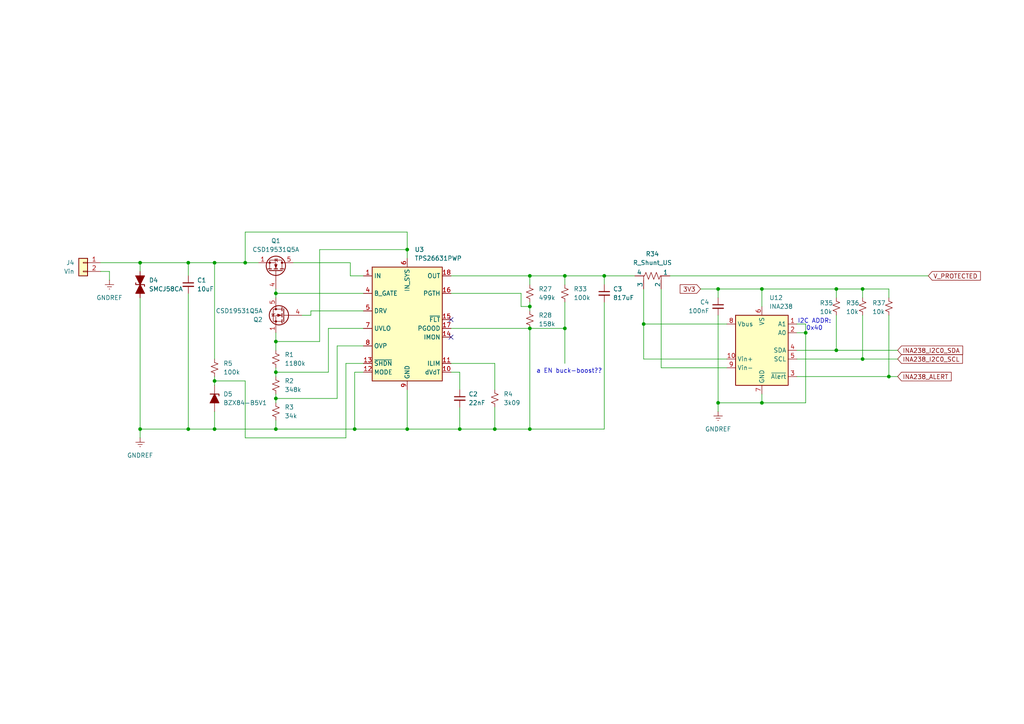
<source format=kicad_sch>
(kicad_sch (version 20250114) (generator "eeschema") (generator_version "9.0")
  (paper "A4")
  (lib_symbols
    (symbol "Connector_Generic:Conn_01x02" (pin_names (offset 1.016) (hide yes))
      (property "Reference" "J" (at 0 2.54 0))
      (property "Value" "Conn_01x02" (at 0 -5.08 0))
      (symbol "Conn_01x02_1_1"
        (rectangle (start -1.27 1.27) (end 1.27 -3.81) (stroke (width 0.254)) (fill (type background)))
        (rectangle (start -1.27 0.127) (end 0 -0.127) (stroke (width 0.1524)))
        (rectangle (start -1.27 -2.413) (end 0 -2.667) (stroke (width 0.1524)))
        (pin passive line (at -5.08 0 0) (length 3.81) (name "Pin_1") (number "1"))
        (pin passive line (at -5.08 -2.54 0) (length 3.81) (name "Pin_2") (number "2"))
      )
    )
    (symbol "Device:C_Small" (pin_numbers (hide yes)) (pin_names (offset 0.254) (hide yes))
      (property "Reference" "C" (at 0.254 1.778 0))
      (property "Value" "C_Small" (at 0.254 -2.032 0))
      (symbol "C_Small_0_1"
        (polyline (pts (xy -1.524 0.508) (xy 1.524 0.508)) (stroke (width 0.3048)))
        (polyline (pts (xy -1.524 -0.508) (xy 1.524 -0.508)) (stroke (width 0.3302)))
      )
      (symbol "C_Small_1_1"
        (pin passive line (at 0 2.54 270) (length 2.032) (name "~") (number "1"))
        (pin passive line (at 0 -2.54 90) (length 2.032) (name "~") (number "2"))
      )
    )
    (symbol "Device:D_TVS_Filled" (pin_numbers (hide yes)) (pin_names (offset 1.016) (hide yes))
      (property "Reference" "D" (at 0 2.54 0))
      (property "Value" "D_TVS_Filled" (at 0 -2.54 0))
      (symbol "D_TVS_Filled_0_1"
        (polyline (pts (xy -2.54 -1.27) (xy 0 0) (xy -2.54 1.27) (xy -2.54 -1.27)) (stroke (width 0.254)) (fill (type outline)))
        (polyline (pts (xy 0.508 1.27) (xy 0 1.27) (xy 0 -1.27) (xy -0.508 -1.27)) (stroke (width 0.254)))
        (polyline (pts (xy 1.27 0) (xy -1.27 0)))
        (polyline (pts (xy 2.54 1.27) (xy 2.54 -1.27) (xy 0 0) (xy 2.54 1.27)) (stroke (width 0.254)) (fill (type outline)))
      )
      (symbol "D_TVS_Filled_1_1"
        (pin passive line (at -3.81 0 0) (length 2.54) (name "A1") (number "1"))
        (pin passive line (at 3.81 0 180) (length 2.54) (name "A2") (number "2"))
      )
    )
    (symbol "Device:D_Zener_Filled" (pin_numbers (hide yes)) (pin_names (offset 1.016) (hide yes))
      (property "Reference" "D" (at 0 2.54 0))
      (property "Value" "D_Zener_Filled" (at 0 -2.54 0))
      (symbol "D_Zener_Filled_0_1"
        (polyline (pts (xy -1.27 -1.27) (xy -1.27 1.27) (xy -0.762 1.27)) (stroke (width 0.254)))
        (polyline (pts (xy 1.27 0) (xy -1.27 0)))
        (polyline (pts (xy 1.27 -1.27) (xy 1.27 1.27) (xy -1.27 0) (xy 1.27 -1.27)) (stroke (width 0.254)) (fill (type outline)))
      )
      (symbol "D_Zener_Filled_1_1"
        (pin passive line (at -3.81 0 0) (length 2.54) (name "K") (number "1"))
        (pin passive line (at 3.81 0 180) (length 2.54) (name "A") (number "2"))
      )
    )
    (symbol "Device:R_Shunt_US" (pin_numbers (hide yes)) (pin_names (offset 0))
      (property "Reference" "R" (at -5.08 0 90))
      (property "Value" "R_Shunt_US" (at -3.048 0 90))
      (symbol "R_Shunt_US_1_1"
        (polyline (pts (xy 0 2.286) (xy 0 2.54)))
        (polyline (pts (xy 0 2.286) (xy 1.016 1.905) (xy 0 1.524) (xy -1.016 1.143) (xy 0 0.762)))
        (polyline (pts (xy 0 0.762) (xy 1.016 0.381) (xy 0 0) (xy -1.016 -0.381) (xy 0 -0.762)))
        (polyline (pts (xy 0 -0.762) (xy 1.016 -1.143) (xy 0 -1.524) (xy -1.016 -1.905) (xy 0 -2.286)))
        (polyline (pts (xy 0 -2.286) (xy 0 -2.54)))
        (polyline (pts (xy 0 -2.54) (xy 1.27 -2.54)))
        (polyline (pts (xy 1.27 2.54) (xy 0 2.54)))
        (pin passive line (at 0 5.08 270) (length 2.54) (name "1") (number "1"))
        (pin passive line (at 0 -5.08 90) (length 2.54) (name "4") (number "4"))
        (pin passive line (at 3.81 2.54 180) (length 2.54) (name "2") (number "2"))
        (pin passive line (at 3.81 -2.54 180) (length 2.54) (name "3") (number "3"))
      )
    )
    (symbol "Device:R_Small_US" (pin_numbers (hide yes)) (pin_names (offset 0.254) (hide yes))
      (property "Reference" "R" (at 0.762 0.508 0))
      (property "Value" "R_Small_US" (at 0.762 -1.016 0))
      (symbol "R_Small_US_1_1"
        (polyline (pts (xy 0 1.524) (xy 1.016 1.143) (xy 0 0.762) (xy -1.016 0.381) (xy 0 0)))
        (polyline (pts (xy 0 0) (xy 1.016 -0.381) (xy 0 -0.762) (xy -1.016 -1.143) (xy 0 -1.524)))
        (pin passive line (at 0 2.54 270) (length 1.016) (name "~") (number "1"))
        (pin passive line (at 0 -2.54 90) (length 1.016) (name "~") (number "2"))
      )
    )
    (symbol "Power_Management:TPS26631PWP"
      (property "Reference" "U" (at -8.89 16.51 0))
      (property "Value" "TPS26631PWP" (at 7.62 16.51 0))
      (symbol "TPS26631PWP_0_1"
        (rectangle (start -10.16 15.24) (end 10.16 -17.78) (stroke (width 0.254)) (fill (type background)))
      )
      (symbol "TPS26631PWP_1_1"
        (pin power_in line (at -12.7 12.7 0) (length 2.54) (name "IN") (number "1"))
        (pin passive line (at -12.7 12.7 0) (length 2.54) (hide yes) (name "IN") (number "2"))
        (pin passive line (at -12.7 12.7 0) (length 2.54) (hide yes) (name "IN") (number "3"))
        (pin output line (at -12.7 7.62 0) (length 2.54) (name "B_GATE") (number "4"))
        (pin output line (at -12.7 2.54 0) (length 2.54) (name "DRV") (number "5"))
        (pin input line (at -12.7 -2.54 0) (length 2.54) (name "UVLO") (number "7"))
        (pin input line (at -12.7 -7.62 0) (length 2.54) (name "OVP") (number "8"))
        (pin input line (at -12.7 -12.7 0) (length 2.54) (name "~{SHDN}") (number "13"))
        (pin input line (at -12.7 -15.24 0) (length 2.54) (name "MODE") (number "12"))
        (pin power_in line (at 0 17.78 270) (length 2.54) (name "IN_SYS") (number "6"))
        (pin passive line (at 0 -20.32 90) (length 2.54) (hide yes) (name "GND") (number "21"))
        (pin power_in line (at 0 -20.32 90) (length 2.54) (name "GND") (number "9"))
        (pin power_out line (at 12.7 12.7 180) (length 2.54) (name "OUT") (number "18"))
        (pin passive line (at 12.7 12.7 180) (length 2.54) (hide yes) (name "OUT") (number "19"))
        (pin passive line (at 12.7 12.7 180) (length 2.54) (hide yes) (name "OUT") (number "20"))
        (pin input line (at 12.7 7.62 180) (length 2.54) (name "PGTH") (number "16"))
        (pin open_collector line (at 12.7 0 180) (length 2.54) (name "~{FLT}") (number "15"))
        (pin output line (at 12.7 -2.54 180) (length 2.54) (name "PGOOD") (number "17"))
        (pin output line (at 12.7 -5.08 180) (length 2.54) (name "IMON") (number "14"))
        (pin passive line (at 12.7 -12.7 180) (length 2.54) (name "ILIM") (number "11"))
        (pin passive line (at 12.7 -15.24 180) (length 2.54) (name "dVdT") (number "10"))
      )
    )
    (symbol "Sensor_Energy:INA238"
      (property "Reference" "U" (at -6.35 11.43 0))
      (property "Value" "INA238" (at 3.81 11.43 0))
      (symbol "INA238_0_1"
        (rectangle (start 7.62 10.16) (end -7.62 -10.16) (stroke (width 0.254)) (fill (type background)))
      )
      (symbol "INA238_1_1"
        (pin input line (at -10.16 7.62 0) (length 2.54) (name "Vbus") (number "8"))
        (pin input line (at -10.16 -2.54 0) (length 2.54) (name "Vin+") (number "10"))
        (pin input line (at -10.16 -5.08 0) (length 2.54) (name "Vin-") (number "9"))
        (pin power_in line (at 0 12.7 270) (length 2.54) (name "VS") (number "6"))
        (pin power_in line (at 0 -12.7 90) (length 2.54) (name "GND") (number "7"))
        (pin input line (at 10.16 7.62 180) (length 2.54) (name "A1") (number "1"))
        (pin input line (at 10.16 5.08 180) (length 2.54) (name "A0") (number "2"))
        (pin bidirectional line (at 10.16 0 180) (length 2.54) (name "SDA") (number "4"))
        (pin input line (at 10.16 -2.54 180) (length 2.54) (name "SCL") (number "5"))
        (pin open_collector line (at 10.16 -7.62 180) (length 2.54) (name "~{Alert}") (number "3"))
      )
    )
    (symbol "Transistor_FET:CSD19531Q5A" (pin_names (hide yes))
      (property "Reference" "Q" (at 5.08 1.905 0))
      (property "Value" "CSD19531Q5A" (at 5.08 0 0))
      (symbol "CSD19531Q5A_0_1"
        (polyline (pts (xy 0.254 1.905) (xy 0.254 -1.905)) (stroke (width 0.254)))
        (polyline (pts (xy 0.254 0) (xy -2.54 0)))
        (polyline (pts (xy 0.762 2.286) (xy 0.762 1.27)) (stroke (width 0.254)))
        (polyline (pts (xy 0.762 0.508) (xy 0.762 -0.508)) (stroke (width 0.254)))
        (polyline (pts (xy 0.762 -1.27) (xy 0.762 -2.286)) (stroke (width 0.254)))
        (polyline (pts (xy 0.762 -1.778) (xy 3.302 -1.778) (xy 3.302 1.778) (xy 0.762 1.778)))
        (polyline (pts (xy 1.016 0) (xy 2.032 0.381) (xy 2.032 -0.381) (xy 1.016 0)) (fill (type outline)))
        (circle (center 1.651 0) (radius 2.794) (stroke (width 0.254)))
        (polyline (pts (xy 2.54 2.54) (xy 2.54 1.778)))
        (circle (center 2.54 1.778) (radius 0.254) (fill (type outline)))
        (circle (center 2.54 -1.778) (radius 0.254) (fill (type outline)))
        (polyline (pts (xy 2.54 -2.54) (xy 2.54 0) (xy 0.762 0)))
        (polyline (pts (xy 2.794 0.508) (xy 2.921 0.381) (xy 3.683 0.381) (xy 3.81 0.254)))
        (polyline (pts (xy 3.302 0.381) (xy 2.921 -0.254) (xy 3.683 -0.254) (xy 3.302 0.381)))
      )
      (symbol "CSD19531Q5A_1_1"
        (pin passive line (at -5.08 0 0) (length 2.54) (name "G") (number "4"))
        (pin passive line (at 2.54 5.08 270) (length 2.54) (name "D") (number "5"))
        (pin passive line (at 2.54 -5.08 90) (length 2.54) (name "S") (number "1"))
        (pin passive line (at 2.54 -5.08 90) (length 2.54) (hide yes) (name "S") (number "2"))
        (pin passive line (at 2.54 -5.08 90) (length 2.54) (hide yes) (name "S") (number "3"))
      )
    )
    (symbol "power:GNDREF" (power) (pin_numbers (hide yes)) (pin_names (offset 0) (hide yes))
      (property "Value" "GNDREF" (at 0 -3.81 0))
      (symbol "GNDREF_0_1"
        (polyline (pts (xy -0.635 -1.905) (xy 0.635 -1.905)))
        (polyline (pts (xy -0.127 -2.54) (xy 0.127 -2.54)))
        (polyline (pts (xy 0 -1.27) (xy 0 0)))
        (polyline (pts (xy 1.27 -1.27) (xy -1.27 -1.27)))
      )
      (symbol "GNDREF_1_1"
        (pin power_in line (at 0 0 270) (length 0) (name "~") (number "1"))
      )
    )
  )
  (text "a EN buck-boost??" (at 165.1 107.696 0) (effects (font (size 1.27 1.27))))
  (text "I2C ADDR:\n0x40" (at 236.22 94.234 0) (effects (font (size 1.27 1.27))))
  (junction (at 62.23 110.49))
  (junction (at 40.64 124.46))
  (junction (at 250.19 83.82))
  (junction (at 242.57 101.6))
  (junction (at 163.83 80.01))
  (junction (at 80.01 85.09))
  (junction (at 163.83 95.25))
  (junction (at 220.98 83.82))
  (junction (at 118.11 72.39))
  (junction (at 153.67 124.46))
  (junction (at 208.28 116.84))
  (junction (at 80.01 124.46))
  (junction (at 54.61 76.2))
  (junction (at 71.12 76.2))
  (junction (at 175.26 80.01))
  (junction (at 242.57 83.82))
  (junction (at 118.11 124.46))
  (junction (at 233.68 96.52))
  (junction (at 80.01 99.06))
  (junction (at 153.67 80.01))
  (junction (at 250.19 104.14))
  (junction (at 153.67 88.9))
  (junction (at 80.01 115.57))
  (junction (at 80.01 107.95))
  (junction (at 208.28 83.82))
  (junction (at 54.61 124.46))
  (junction (at 257.81 109.22))
  (junction (at 62.23 124.46))
  (junction (at 143.51 124.46))
  (junction (at 133.35 124.46))
  (junction (at 62.23 76.2))
  (junction (at 153.67 95.25))
  (junction (at 186.69 93.98))
  (junction (at 40.64 76.2))
  (junction (at 102.87 124.46))
  (junction (at 220.98 116.84))
  (no_connect (at 130.81 92.71))
  (no_connect (at 130.81 97.79))
  (wire (pts (xy 175.26 124.46) (xy 153.67 124.46)))
  (wire (pts (xy 133.35 118.11) (xy 133.35 124.46)))
  (wire (pts (xy 233.68 96.52) (xy 233.68 116.84)))
  (wire (pts (xy 175.26 80.01) (xy 184.15 80.01)))
  (wire (pts (xy 151.13 85.09) (xy 151.13 88.9)))
  (wire (pts (xy 231.14 104.14) (xy 250.19 104.14)))
  (wire (pts (xy 143.51 124.46) (xy 133.35 124.46)))
  (wire (pts (xy 143.51 118.11) (xy 143.51 124.46)))
  (wire (pts (xy 175.26 87.63) (xy 175.26 124.46)))
  (wire (pts (xy 92.71 99.06) (xy 92.71 72.39)))
  (wire (pts (xy 163.83 95.25) (xy 163.83 87.63)))
  (wire (pts (xy 257.81 109.22) (xy 260.35 109.22)))
  (wire (pts (xy 133.35 124.46) (xy 118.11 124.46)))
  (wire (pts (xy 175.26 80.01) (xy 175.26 82.55)))
  (wire (pts (xy 40.64 76.2) (xy 54.61 76.2)))
  (wire (pts (xy 257.81 91.44) (xy 257.81 109.22)))
  (wire (pts (xy 85.09 76.2) (xy 101.6 76.2)))
  (wire (pts (xy 118.11 124.46) (xy 118.11 113.03)))
  (wire (pts (xy 80.01 83.82) (xy 80.01 85.09)))
  (wire (pts (xy 90.17 90.17) (xy 105.41 90.17)))
  (wire (pts (xy 80.01 99.06) (xy 92.71 99.06)))
  (wire (pts (xy 105.41 107.95) (xy 102.87 107.95)))
  (wire (pts (xy 102.87 124.46) (xy 118.11 124.46)))
  (wire (pts (xy 130.81 80.01) (xy 153.67 80.01)))
  (wire (pts (xy 186.69 83.82) (xy 186.69 93.98)))
  (wire (pts (xy 153.67 95.25) (xy 163.83 95.25)))
  (wire (pts (xy 191.77 83.82) (xy 191.77 106.68)))
  (wire (pts (xy 186.69 93.98) (xy 186.69 104.14)))
  (wire (pts (xy 163.83 80.01) (xy 153.67 80.01)))
  (wire (pts (xy 80.01 114.3) (xy 80.01 115.57)))
  (wire (pts (xy 250.19 83.82) (xy 250.19 86.36)))
  (wire (pts (xy 62.23 109.22) (xy 62.23 110.49)))
  (wire (pts (xy 71.12 67.31) (xy 118.11 67.31)))
  (wire (pts (xy 242.57 83.82) (xy 250.19 83.82)))
  (wire (pts (xy 118.11 72.39) (xy 118.11 74.93)))
  (wire (pts (xy 100.33 105.41) (xy 100.33 127)))
  (wire (pts (xy 95.25 95.25) (xy 95.25 107.95)))
  (wire (pts (xy 102.87 107.95) (xy 102.87 124.46)))
  (wire (pts (xy 194.31 80.01) (xy 269.24 80.01)))
  (wire (pts (xy 163.83 80.01) (xy 175.26 80.01)))
  (wire (pts (xy 80.01 99.06) (xy 80.01 101.6)))
  (wire (pts (xy 242.57 101.6) (xy 260.35 101.6)))
  (wire (pts (xy 153.67 88.9) (xy 153.67 90.17)))
  (wire (pts (xy 208.28 83.82) (xy 208.28 86.36)))
  (wire (pts (xy 242.57 83.82) (xy 242.57 86.36)))
  (wire (pts (xy 80.01 85.09) (xy 80.01 86.36)))
  (wire (pts (xy 80.01 96.52) (xy 80.01 99.06)))
  (wire (pts (xy 54.61 124.46) (xy 62.23 124.46)))
  (wire (pts (xy 31.75 78.74) (xy 29.21 78.74)))
  (wire (pts (xy 220.98 83.82) (xy 220.98 88.9)))
  (wire (pts (xy 250.19 91.44) (xy 250.19 104.14)))
  (wire (pts (xy 62.23 76.2) (xy 71.12 76.2)))
  (wire (pts (xy 163.83 95.25) (xy 163.83 105.41)))
  (wire (pts (xy 74.93 76.2) (xy 71.12 76.2)))
  (wire (pts (xy 210.82 104.14) (xy 186.69 104.14)))
  (wire (pts (xy 80.01 85.09) (xy 105.41 85.09)))
  (wire (pts (xy 231.14 101.6) (xy 242.57 101.6)))
  (wire (pts (xy 71.12 110.49) (xy 62.23 110.49)))
  (wire (pts (xy 62.23 119.38) (xy 62.23 124.46)))
  (wire (pts (xy 100.33 127) (xy 71.12 127)))
  (wire (pts (xy 250.19 104.14) (xy 260.35 104.14)))
  (wire (pts (xy 208.28 83.82) (xy 220.98 83.82)))
  (wire (pts (xy 80.01 107.95) (xy 80.01 109.22)))
  (wire (pts (xy 62.23 76.2) (xy 62.23 104.14)))
  (wire (pts (xy 80.01 124.46) (xy 102.87 124.46)))
  (wire (pts (xy 54.61 76.2) (xy 62.23 76.2)))
  (wire (pts (xy 62.23 124.46) (xy 80.01 124.46)))
  (wire (pts (xy 40.64 124.46) (xy 54.61 124.46)))
  (wire (pts (xy 242.57 91.44) (xy 242.57 101.6)))
  (wire (pts (xy 95.25 95.25) (xy 105.41 95.25)))
  (wire (pts (xy 208.28 91.44) (xy 208.28 116.84)))
  (wire (pts (xy 163.83 82.55) (xy 163.83 80.01)))
  (wire (pts (xy 97.79 100.33) (xy 97.79 115.57)))
  (wire (pts (xy 233.68 116.84) (xy 220.98 116.84)))
  (wire (pts (xy 257.81 86.36) (xy 257.81 83.82)))
  (wire (pts (xy 97.79 115.57) (xy 80.01 115.57)))
  (wire (pts (xy 80.01 115.57) (xy 80.01 116.84)))
  (wire (pts (xy 153.67 80.01) (xy 153.67 82.55)))
  (wire (pts (xy 40.64 86.36) (xy 40.64 124.46)))
  (wire (pts (xy 80.01 106.68) (xy 80.01 107.95)))
  (wire (pts (xy 105.41 105.41) (xy 100.33 105.41)))
  (wire (pts (xy 153.67 95.25) (xy 153.67 124.46)))
  (wire (pts (xy 151.13 88.9) (xy 153.67 88.9)))
  (wire (pts (xy 231.14 96.52) (xy 233.68 96.52)))
  (wire (pts (xy 71.12 76.2) (xy 71.12 67.31)))
  (wire (pts (xy 29.21 76.2) (xy 40.64 76.2)))
  (wire (pts (xy 87.63 91.44) (xy 90.17 91.44)))
  (wire (pts (xy 54.61 85.09) (xy 54.61 124.46)))
  (wire (pts (xy 257.81 83.82) (xy 250.19 83.82)))
  (wire (pts (xy 220.98 83.82) (xy 242.57 83.82)))
  (wire (pts (xy 130.81 107.95) (xy 133.35 107.95)))
  (wire (pts (xy 153.67 124.46) (xy 143.51 124.46)))
  (wire (pts (xy 95.25 107.95) (xy 80.01 107.95)))
  (wire (pts (xy 208.28 116.84) (xy 208.28 119.38)))
  (wire (pts (xy 80.01 121.92) (xy 80.01 124.46)))
  (wire (pts (xy 40.64 76.2) (xy 40.64 78.74)))
  (wire (pts (xy 153.67 87.63) (xy 153.67 88.9)))
  (wire (pts (xy 92.71 72.39) (xy 118.11 72.39)))
  (wire (pts (xy 208.28 116.84) (xy 220.98 116.84)))
  (wire (pts (xy 118.11 67.31) (xy 118.11 72.39)))
  (wire (pts (xy 62.23 110.49) (xy 62.23 111.76)))
  (wire (pts (xy 231.14 109.22) (xy 257.81 109.22)))
  (wire (pts (xy 101.6 76.2) (xy 101.6 80.01)))
  (wire (pts (xy 133.35 107.95) (xy 133.35 113.03)))
  (wire (pts (xy 130.81 95.25) (xy 153.67 95.25)))
  (wire (pts (xy 130.81 85.09) (xy 151.13 85.09)))
  (wire (pts (xy 220.98 116.84) (xy 220.98 114.3)))
  (wire (pts (xy 71.12 127) (xy 71.12 110.49)))
  (wire (pts (xy 31.75 81.28) (xy 31.75 78.74)))
  (wire (pts (xy 54.61 76.2) (xy 54.61 80.01)))
  (wire (pts (xy 203.2 83.82) (xy 208.28 83.82)))
  (wire (pts (xy 191.77 106.68) (xy 210.82 106.68)))
  (wire (pts (xy 231.14 93.98) (xy 233.68 93.98)))
  (wire (pts (xy 97.79 100.33) (xy 105.41 100.33)))
  (wire (pts (xy 40.64 124.46) (xy 40.64 127)))
  (wire (pts (xy 101.6 80.01) (xy 105.41 80.01)))
  (wire (pts (xy 130.81 105.41) (xy 143.51 105.41)))
  (wire (pts (xy 210.82 93.98) (xy 186.69 93.98)))
  (wire (pts (xy 143.51 105.41) (xy 143.51 113.03)))
  (wire (pts (xy 233.68 93.98) (xy 233.68 96.52)))
  (wire (pts (xy 90.17 91.44) (xy 90.17 90.17)))
  (global_label "INA238_ALERT" (shape input) (at 260.35 109.22 0) (property "Intersheetrefs" "${INTERSHEET_REFS}" (effects (hide yes))))
  (global_label "INA238_I2C0_SCL" (shape input) (at 260.35 104.14 0) (property "Intersheetrefs" "${INTERSHEET_REFS}" (effects (hide yes))))
  (global_label "INA238_I2C0_SDA" (shape input) (at 260.35 101.6 0) (property "Intersheetrefs" "${INTERSHEET_REFS}" (effects (hide yes))))
  (global_label "V_PROTECTED" (shape input) (at 269.24 80.01 0) (property "Intersheetrefs" "${INTERSHEET_REFS}" (effects (hide yes))))
  (global_label "3V3" (shape input) (at 203.2 83.82 180) (property "Intersheetrefs" "${INTERSHEET_REFS}" (effects (hide yes))))
  (symbol (lib_id "Device:R_Small_US") (at 257.81 88.9 0) (unit 1)
    (property "Reference" "R37" (at 252.984 87.884 0) (effects (justify left)))
    (property "Value" "10k" (at 252.984 90.424 0) (effects (justify left)))
    (property "Description" "Resistor, small US symbol" (effects (hide yes)))
  )
  (symbol (lib_id "Connector_Generic:Conn_01x02") (at 24.13 76.2 0) (mirror y) (unit 1)
    (property "Reference" "J4" (at 21.59 76.1999 0) (effects (justify left)))
    (property "Value" "Vin" (at 21.59 78.7399 0) (effects (justify left)))
    (property "Description" "Generic connector, single row, 01x02, script generated (kicad-library-utils/schlib/autogen/connector/)" (effects (hide yes)))
  )
  (symbol (lib_id "Device:R_Small_US") (at 80.01 111.76 0) (unit 1)
    (property "Reference" "R2" (at 82.55 110.4899 0) (effects (justify left)))
    (property "Value" "348k" (at 82.55 113.0299 0) (effects (justify left)))
    (property "Description" "Resistor, small US symbol" (effects (hide yes)))
  )
  (symbol (lib_id "Device:R_Small_US") (at 242.57 88.9 0) (unit 1)
    (property "Reference" "R35" (at 237.744 87.884 0) (effects (justify left)))
    (property "Value" "10k" (at 237.744 90.424 0) (effects (justify left)))
    (property "Description" "Resistor, small US symbol" (effects (hide yes)))
  )
  (symbol (lib_id "Sensor_Energy:INA238") (at 220.98 101.6 0) (unit 1)
    (property "Reference" "U12" (at 223.1233 86.36 0) (effects (justify left)))
    (property "Value" "INA238" (at 223.1233 88.9 0) (effects (justify left)))
    (property "Footprint" "Package_SO:VSSOP-10_3x3mm_P0.5mm" (effects (hide yes)))
    (property "Datasheet" "https://www.ti.com/lit/ds/symlink/ina238.pdf" (effects (hide yes)))
    (property "Description" "High-Side or Low-Side Measurement, Bi-Directional Current and Power Monitor (0-85V) with I2C, SMBus-, and PMBus-Compatible Interface, VSSOP-10" (effects (hide yes)))
  )
  (symbol (lib_id "Device:C_Small") (at 208.28 88.9 0) (mirror y) (unit 1)
    (property "Reference" "C4" (at 205.74 87.6362 0) (effects (justify left)))
    (property "Value" "100nF" (at 205.74 90.1762 0) (effects (justify left)))
    (property "Description" "Unpolarized capacitor, small symbol" (effects (hide yes)))
  )
  (symbol (lib_id "Device:R_Small_US") (at 80.01 119.38 0) (unit 1)
    (property "Reference" "R3" (at 82.55 118.1099 0) (effects (justify left)))
    (property "Value" "34k" (at 82.55 120.6499 0) (effects (justify left)))
    (property "Description" "Resistor, small US symbol" (effects (hide yes)))
  )
  (symbol (lib_id "Device:R_Small_US") (at 153.67 92.71 0) (unit 1)
    (property "Reference" "R28" (at 156.21 91.4399 0) (effects (justify left)))
    (property "Value" "158k" (at 156.21 93.9799 0) (effects (justify left)))
    (property "Description" "Resistor, small US symbol" (effects (hide yes)))
  )
  (symbol (lib_id "Device:R_Small_US") (at 62.23 106.68 0) (unit 1)
    (property "Reference" "R5" (at 64.77 105.4099 0) (effects (justify left)))
    (property "Value" "100k" (at 64.77 107.9499 0) (effects (justify left)))
    (property "Description" "Resistor, small US symbol" (effects (hide yes)))
  )
  (symbol (lib_id "Device:C_Small") (at 133.35 115.57 0) (unit 1)
    (property "Reference" "C2" (at 135.89 114.3062 0) (effects (justify left)))
    (property "Value" "22nF" (at 135.89 116.8462 0) (effects (justify left)))
    (property "Description" "Unpolarized capacitor, small symbol" (effects (hide yes)))
  )
  (symbol (lib_id "Power_Management:TPS26631PWP") (at 118.11 92.71 0) (unit 1)
    (property "Reference" "U3" (at 120.2533 72.39 0) (effects (justify left)))
    (property "Value" "TPS26631PWP" (at 120.2533 74.93 0) (effects (justify left)))
    (property "Footprint" "Package_SO:HTSSOP-20-1EP_4.4x6.5mm_P0.65mm_EP3.4x6.5mm_Mask2.96x2.96mm_ThermalVias" (effects (hide yes)))
    (property "Datasheet" "https://www.ti.com/lit/ds/symlink/tps2663.pdf" (effects (hide yes)))
    (property "Description" "60V, 6A Power Limiting, Surge Protection Industrial eFuse, Adjustable Overvoltage cut-off, Active Current Limiting with Pulse current support, HTTSOP-20" (effects (hide yes)))
  )
  (symbol (lib_id "Device:D_Zener_Filled") (at 62.23 115.57 270) (unit 1)
    (property "Reference" "D5" (at 64.77 114.2999 90) (effects (justify left)))
    (property "Value" "BZX84-B5V1" (at 64.77 116.8399 90) (effects (justify left)))
    (property "Description" "Zener diode, filled shape" (effects (hide yes)))
  )
  (symbol (lib_id "Device:R_Small_US") (at 80.01 104.14 0) (unit 1)
    (property "Reference" "R1" (at 82.55 102.8699 0) (effects (justify left)))
    (property "Value" "1180k" (at 82.55 105.4099 0) (effects (justify left)))
    (property "Description" "Resistor, small US symbol" (effects (hide yes)))
  )
  (symbol (lib_id "Transistor_FET:CSD19531Q5A") (at 82.55 91.44 0) (mirror y) (unit 1)
    (property "Reference" "Q2" (at 76.2 92.7101 0) (effects (justify left)))
    (property "Value" "CSD19531Q5A" (at 76.2 90.1701 0) (effects (justify left)))
    (property "Footprint" "Package_TO_SOT_SMD:TDSON-8-1" (effects (hide yes)))
    (property "Datasheet" "http://www.ti.com/lit/gpn/csd19531q5a" (effects (hide yes)))
    (property "Description" "100A Id, 100V Vds, NexFET N-Channel Power MOSFET, 6.4mOhm Ron, 37nC Qg(typ), SON8 5x6mm" (effects (hide yes)))
  )
  (symbol (lib_id "Transistor_FET:CSD19531Q5A") (at 80.01 78.74 270) (mirror x) (unit 1)
    (property "Reference" "Q1" (at 80.01 69.85 90))
    (property "Value" "CSD19531Q5A" (at 80.01 72.39 90))
    (property "Footprint" "Package_TO_SOT_SMD:TDSON-8-1" (effects (hide yes)))
    (property "Datasheet" "http://www.ti.com/lit/gpn/csd19531q5a" (effects (hide yes)))
    (property "Description" "100A Id, 100V Vds, NexFET N-Channel Power MOSFET, 6.4mOhm Ron, 37nC Qg(typ), SON8 5x6mm" (effects (hide yes)))
  )
  (symbol (lib_id "Device:C_Small") (at 54.61 82.55 0) (unit 1)
    (property "Reference" "C1" (at 57.15 81.2862 0) (effects (justify left)))
    (property "Value" "10uF" (at 57.15 83.8262 0) (effects (justify left)))
    (property "Description" "Unpolarized capacitor, small symbol" (effects (hide yes)))
  )
  (symbol (lib_id "power:GNDREF") (at 208.28 119.38 0) (unit 1)
    (property "Reference" "#PWR04" (effects (hide yes)))
    (property "Value" "GNDREF" (at 208.28 124.46 0))
    (property "Description" "Power symbol creates a global label with name \"GNDREF\" , reference supply ground" (effects (hide yes)))
  )
  (symbol (lib_id "Device:R_Small_US") (at 143.51 115.57 0) (unit 1)
    (property "Reference" "R4" (at 146.05 114.2999 0) (effects (justify left)))
    (property "Value" "3k09" (at 146.05 116.8399 0) (effects (justify left)))
    (property "Description" "Resistor, small US symbol" (effects (hide yes)))
  )
  (symbol (lib_id "power:GNDREF") (at 31.75 81.28 0) (unit 1)
    (property "Reference" "#PWR05" (effects (hide yes)))
    (property "Value" "GNDREF" (at 31.75 86.36 0))
    (property "Description" "Power symbol creates a global label with name \"GNDREF\" , reference supply ground" (effects (hide yes)))
  )
  (symbol (lib_id "Device:D_TVS_Filled") (at 40.64 82.55 90) (unit 1)
    (property "Reference" "D4" (at 43.18 81.2799 90) (effects (justify right)))
    (property "Value" "SMCJ58CA" (at 43.18 83.8199 90) (effects (justify right)))
    (property "Description" "Bidirectional transient-voltage-suppression diode, filled shape" (effects (hide yes)))
  )
  (symbol (lib_id "Device:R_Shunt_US") (at 189.23 80.01 270) (unit 1)
    (property "Reference" "R34" (at 189.23 73.66 90))
    (property "Value" "R_Shunt_US" (at 189.23 76.2 90))
    (property "Description" "Shunt resistor, US symbol" (effects (hide yes)))
  )
  (symbol (lib_id "power:GNDREF") (at 40.64 127 0) (unit 1)
    (property "Reference" "#PWR03" (effects (hide yes)))
    (property "Value" "GNDREF" (at 40.64 132.08 0))
    (property "Description" "Power symbol creates a global label with name \"GNDREF\" , reference supply ground" (effects (hide yes)))
  )
  (symbol (lib_id "Device:R_Small_US") (at 250.19 88.9 0) (unit 1)
    (property "Reference" "R36" (at 245.364 87.884 0) (effects (justify left)))
    (property "Value" "10k" (at 245.364 90.424 0) (effects (justify left)))
    (property "Description" "Resistor, small US symbol" (effects (hide yes)))
  )
  (symbol (lib_id "Device:R_Small_US") (at 163.83 85.09 0) (unit 1)
    (property "Reference" "R33" (at 166.37 83.8199 0) (effects (justify left)))
    (property "Value" "100k" (at 166.37 86.3599 0) (effects (justify left)))
    (property "Description" "Resistor, small US symbol" (effects (hide yes)))
  )
  (symbol (lib_id "Device:C_Small") (at 175.26 85.09 0) (unit 1)
    (property "Reference" "C3" (at 177.8 83.8262 0) (effects (justify left)))
    (property "Value" "817uF" (at 177.8 86.3662 0) (effects (justify left)))
    (property "Description" "Unpolarized capacitor, small symbol" (effects (hide yes)))
  )
  (symbol (lib_id "Device:R_Small_US") (at 153.67 85.09 0) (unit 1)
    (property "Reference" "R27" (at 156.21 83.8199 0) (effects (justify left)))
    (property "Value" "499k" (at 156.21 86.3599 0) (effects (justify left)))
    (property "Description" "Resistor, small US symbol" (effects (hide yes)))
  )
)
</source>
